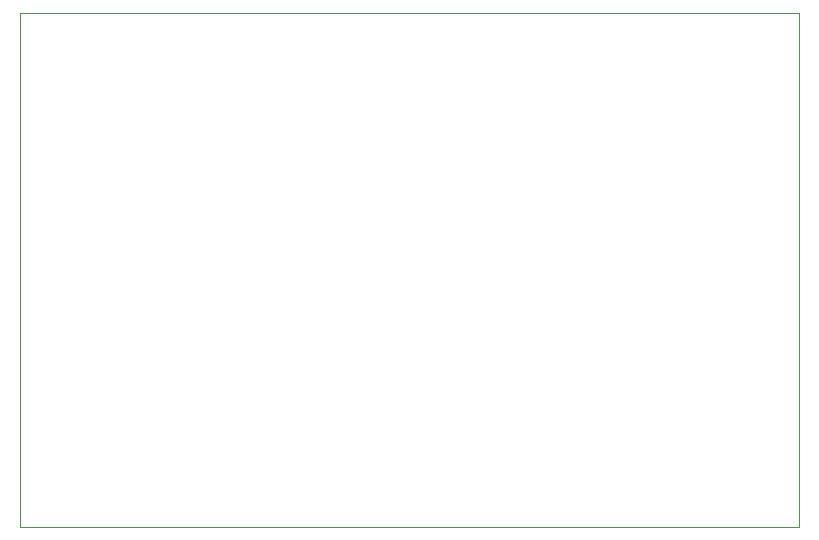
<source format=gbr>
%TF.GenerationSoftware,KiCad,Pcbnew,(5.1.6)-1*%
%TF.CreationDate,2021-06-26T17:30:22+02:00*%
%TF.ProjectId,turnTableDriver,7475726e-5461-4626-9c65-447269766572,rev?*%
%TF.SameCoordinates,Original*%
%TF.FileFunction,Profile,NP*%
%FSLAX46Y46*%
G04 Gerber Fmt 4.6, Leading zero omitted, Abs format (unit mm)*
G04 Created by KiCad (PCBNEW (5.1.6)-1) date 2021-06-26 17:30:22*
%MOMM*%
%LPD*%
G01*
G04 APERTURE LIST*
%TA.AperFunction,Profile*%
%ADD10C,0.050000*%
%TD*%
G04 APERTURE END LIST*
D10*
X49095000Y-53129500D02*
X49095000Y-96629500D01*
X115095000Y-53129500D02*
X49095000Y-53129500D01*
X115095000Y-96629500D02*
X115095000Y-53129500D01*
X49095000Y-96629500D02*
X115095000Y-96629500D01*
M02*

</source>
